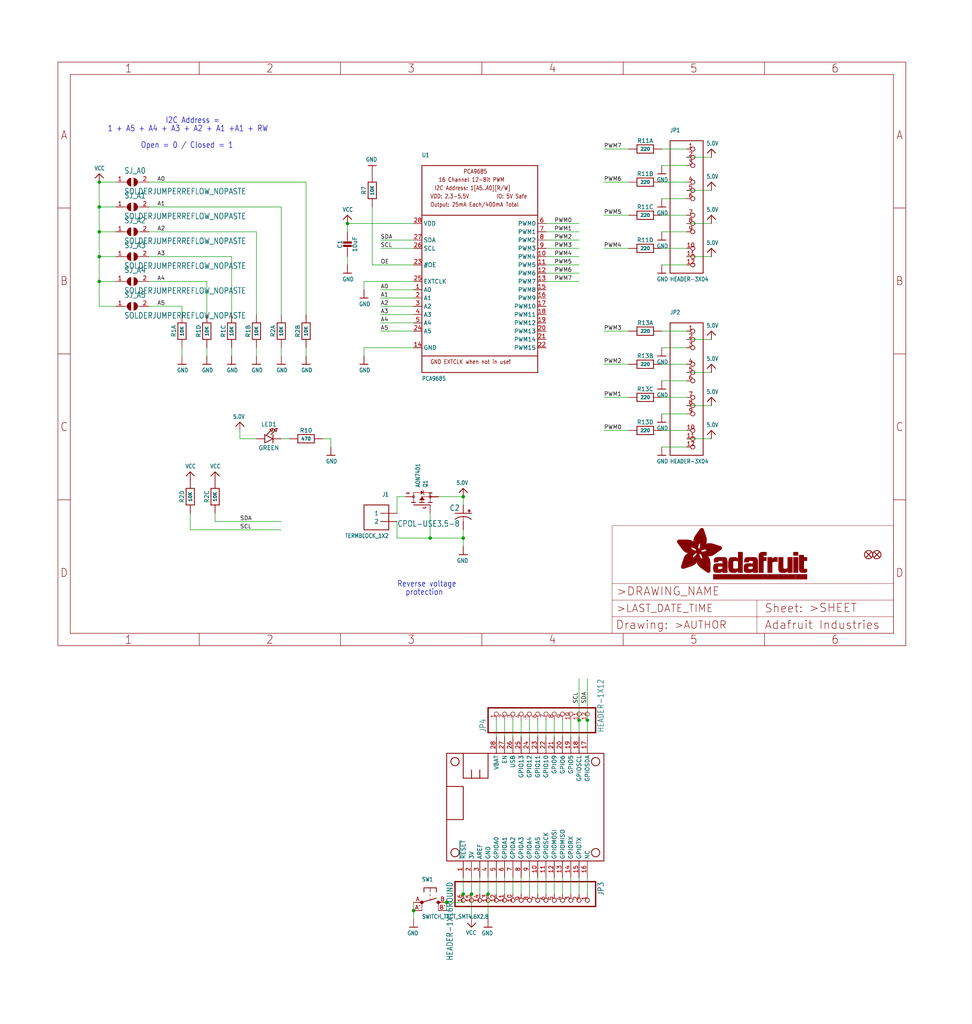
<source format=kicad_sch>
(kicad_sch (version 20211123) (generator eeschema)
  (paper "User" 298.45 314.147)
  (lib_symbols
    (symbol "eagleSchem-eagle-import:5.0V" (power)
      (property "Value" "5.0V" (at -1.524 1.016 0))
      (symbol "5.0V_1_0"
        (pin power_in line (at 0 -2.54 90) (length 2.54) (name "5.0V") (number "1"))
      )
    )
    (symbol "eagleSchem-eagle-import:CAP_CERAMIC0805-NOOUTLINE"
      (property "Reference" "C" (at -2.29 1.25 90))
      (property "Value" "CAP_CERAMIC0805-NOOUTLINE" (at 2.3 1.25 90))
      (symbol "CAP_CERAMIC0805-NOOUTLINE_1_0"
        (pin passive line (at 0 5.08 270) (length 2.54) (name "1") (number "1"))
        (pin passive line (at 0 -2.54 90) (length 2.54) (name "2") (number "2"))
      )
    )
    (symbol "eagleSchem-eagle-import:CPOL-USE3.5-8"
      (property "Reference" "C" (at 1.016 0.635 0))
      (property "Value" "CPOL-USE3.5-8" (at 1.016 -4.191 0))
      (symbol "CPOL-USE3.5-8_1_0"
        (pin passive line (at 0 2.54 270) (length 2.54) (name "+") (number "+"))
        (pin passive line (at 0 -5.08 90) (length 2.54) (name "-") (number "-"))
      )
    )
    (symbol "eagleSchem-eagle-import:FEATHERWING"
      (symbol "FEATHERWING_1_0"
        (pin input line (at 5.08 -5.08 90) (length 5.08) (name "~{RESET}") (number "1"))
        (pin bidirectional line (at 27.94 -5.08 90) (length 5.08) (name "GPIOA5") (number "10"))
        (pin bidirectional line (at 30.48 -5.08 90) (length 5.08) (name "GPIOSCK") (number "11"))
        (pin bidirectional line (at 33.02 -5.08 90) (length 5.08) (name "GPIOMOSI") (number "12"))
        (pin bidirectional line (at 35.56 -5.08 90) (length 5.08) (name "GPIOMISO") (number "13"))
        (pin bidirectional line (at 38.1 -5.08 90) (length 5.08) (name "GPIORX") (number "14"))
        (pin bidirectional line (at 40.64 -5.08 90) (length 5.08) (name "GPIOTX") (number "15"))
        (pin passive line (at 43.18 -5.08 90) (length 5.08) (name "NC") (number "16"))
        (pin bidirectional line (at 43.18 38.1 270) (length 5.08) (name "GPIOSDA") (number "17"))
        (pin bidirectional line (at 40.64 38.1 270) (length 5.08) (name "GPIOSCL") (number "18"))
        (pin bidirectional line (at 38.1 38.1 270) (length 5.08) (name "GPIO5") (number "19"))
        (pin power_in line (at 7.62 -5.08 90) (length 5.08) (name "3V") (number "2"))
        (pin bidirectional line (at 35.56 38.1 270) (length 5.08) (name "GPIO6") (number "20"))
        (pin bidirectional line (at 33.02 38.1 270) (length 5.08) (name "GPIO9") (number "21"))
        (pin bidirectional line (at 30.48 38.1 270) (length 5.08) (name "GPIO10") (number "22"))
        (pin bidirectional line (at 27.94 38.1 270) (length 5.08) (name "GPIO11") (number "23"))
        (pin bidirectional line (at 25.4 38.1 270) (length 5.08) (name "GPIO12") (number "24"))
        (pin bidirectional line (at 22.86 38.1 270) (length 5.08) (name "GPIO13") (number "25"))
        (pin power_in line (at 20.32 38.1 270) (length 5.08) (name "USB") (number "26"))
        (pin passive line (at 17.78 38.1 270) (length 5.08) (name "EN") (number "27"))
        (pin power_in line (at 15.24 38.1 270) (length 5.08) (name "VBAT") (number "28"))
        (pin passive line (at 10.16 -5.08 90) (length 5.08) (name "AREF") (number "3"))
        (pin power_in line (at 12.7 -5.08 90) (length 5.08) (name "GND") (number "4"))
        (pin bidirectional line (at 15.24 -5.08 90) (length 5.08) (name "GPIOA0") (number "5"))
        (pin bidirectional line (at 17.78 -5.08 90) (length 5.08) (name "GPIOA1") (number "6"))
        (pin bidirectional line (at 20.32 -5.08 90) (length 5.08) (name "GPIOA2") (number "7"))
        (pin bidirectional line (at 22.86 -5.08 90) (length 5.08) (name "GPIOA3") (number "8"))
        (pin bidirectional line (at 25.4 -5.08 90) (length 5.08) (name "GPIOA4") (number "9"))
      )
    )
    (symbol "eagleSchem-eagle-import:FIDUCIAL{dblquote}{dblquote}")
    (symbol "eagleSchem-eagle-import:FRAME_A4_ADAFRUIT"
      (symbol "FRAME_A4_ADAFRUIT_0_0"
        (text "1" (at 21.6958 1.905 0) (effects (font (size 2.54 2.286))))
        (text "1" (at 21.6958 177.165 0) (effects (font (size 2.54 2.286))))
        (text "2" (at 65.0875 1.905 0) (effects (font (size 2.54 2.286))))
        (text "2" (at 65.0875 177.165 0) (effects (font (size 2.54 2.286))))
        (text "3" (at 108.4792 1.905 0) (effects (font (size 2.54 2.286))))
        (text "3" (at 108.4792 177.165 0) (effects (font (size 2.54 2.286))))
        (text "4" (at 151.8708 1.905 0) (effects (font (size 2.54 2.286))))
        (text "4" (at 151.8708 177.165 0) (effects (font (size 2.54 2.286))))
        (text "5" (at 195.2625 1.905 0) (effects (font (size 2.54 2.286))))
        (text "5" (at 195.2625 177.165 0) (effects (font (size 2.54 2.286))))
        (text "6" (at 238.6542 1.905 0) (effects (font (size 2.54 2.286))))
        (text "6" (at 238.6542 177.165 0) (effects (font (size 2.54 2.286))))
        (text "A" (at 1.905 156.6863 0) (effects (font (size 2.54 2.286))))
        (text "A" (at 258.445 156.6863 0) (effects (font (size 2.54 2.286))))
        (text "B" (at 1.905 111.9188 0) (effects (font (size 2.54 2.286))))
        (text "B" (at 258.445 111.9188 0) (effects (font (size 2.54 2.286))))
        (text "C" (at 1.905 67.1513 0) (effects (font (size 2.54 2.286))))
        (text "C" (at 258.445 67.1513 0) (effects (font (size 2.54 2.286))))
        (text "D" (at 1.905 22.3838 0) (effects (font (size 2.54 2.286))))
        (text "D" (at 258.445 22.3838 0) (effects (font (size 2.54 2.286))))
      )
      (symbol "FRAME_A4_ADAFRUIT_1_0"
        (text ">AUTHOR" (at 189.23 5.08 0) (effects (font (size 2.286 2.286)) (justify left bottom)))
        (text ">DRAWING_NAME" (at 171.45 15.24 0) (effects (font (size 2.54 2.54)) (justify left bottom)))
        (text ">LAST_DATE_TIME" (at 171.45 10.16 0) (effects (font (size 2.286 2.286)) (justify left bottom)))
        (text ">SHEET" (at 230.505 10.16 0) (effects (font (size 2.54 2.54)) (justify left bottom)))
        (text "Adafruit Industries" (at 216.916 4.953 0) (effects (font (size 2.54 2.54)) (justify left bottom)))
        (text "Drawing:" (at 171.196 4.953 0) (effects (font (size 2.54 2.54)) (justify left bottom)))
        (text "Sheet:" (at 216.916 10.033 0) (effects (font (size 2.54 2.54)) (justify left bottom)))
      )
    )
    (symbol "eagleSchem-eagle-import:GND" (power)
      (property "Value" "GND" (at -1.524 -2.54 0))
      (symbol "GND_1_0"
        (pin power_in line (at 0 2.54 270) (length 2.54) (name "GND") (number "1"))
      )
    )
    (symbol "eagleSchem-eagle-import:HEADER-1X12"
      (property "Reference" "JP" (at -6.35 18.415 0))
      (property "Value" "HEADER-1X12" (at -6.35 -17.78 0))
      (symbol "HEADER-1X12_1_0"
        (pin passive inverted (at -2.54 15.24 0) (length 2.54) (name "1") (number "1"))
        (pin passive inverted (at -2.54 -7.62 0) (length 2.54) (name "10") (number "10"))
        (pin passive inverted (at -2.54 -10.16 0) (length 2.54) (name "11") (number "11"))
        (pin passive inverted (at -2.54 -12.7 0) (length 2.54) (name "12") (number "12"))
        (pin passive inverted (at -2.54 12.7 0) (length 2.54) (name "2") (number "2"))
        (pin passive inverted (at -2.54 10.16 0) (length 2.54) (name "3") (number "3"))
        (pin passive inverted (at -2.54 7.62 0) (length 2.54) (name "4") (number "4"))
        (pin passive inverted (at -2.54 5.08 0) (length 2.54) (name "5") (number "5"))
        (pin passive inverted (at -2.54 2.54 0) (length 2.54) (name "6") (number "6"))
        (pin passive inverted (at -2.54 0 0) (length 2.54) (name "7") (number "7"))
        (pin passive inverted (at -2.54 -2.54 0) (length 2.54) (name "8") (number "8"))
        (pin passive inverted (at -2.54 -5.08 0) (length 2.54) (name "9") (number "9"))
      )
    )
    (symbol "eagleSchem-eagle-import:HEADER-1X16ROUND"
      (property "Reference" "JP" (at -6.35 20.955 0))
      (property "Value" "HEADER-1X16ROUND" (at -6.35 -25.4 0))
      (symbol "HEADER-1X16ROUND_1_0"
        (pin passive inverted (at -2.54 17.78 0) (length 2.54) (name "1") (number "1"))
        (pin passive inverted (at -2.54 -5.08 0) (length 2.54) (name "10") (number "10"))
        (pin passive inverted (at -2.54 -7.62 0) (length 2.54) (name "11") (number "11"))
        (pin passive inverted (at -2.54 -10.16 0) (length 2.54) (name "12") (number "12"))
        (pin passive inverted (at -2.54 -12.7 0) (length 2.54) (name "13") (number "13"))
        (pin passive inverted (at -2.54 -15.24 0) (length 2.54) (name "14") (number "14"))
        (pin passive inverted (at -2.54 -17.78 0) (length 2.54) (name "15") (number "15"))
        (pin passive inverted (at -2.54 -20.32 0) (length 2.54) (name "16") (number "16"))
        (pin passive inverted (at -2.54 15.24 0) (length 2.54) (name "2") (number "2"))
        (pin passive inverted (at -2.54 12.7 0) (length 2.54) (name "3") (number "3"))
        (pin passive inverted (at -2.54 10.16 0) (length 2.54) (name "4") (number "4"))
        (pin passive inverted (at -2.54 7.62 0) (length 2.54) (name "5") (number "5"))
        (pin passive inverted (at -2.54 5.08 0) (length 2.54) (name "6") (number "6"))
        (pin passive inverted (at -2.54 2.54 0) (length 2.54) (name "7") (number "7"))
        (pin passive inverted (at -2.54 0 0) (length 2.54) (name "8") (number "8"))
        (pin passive inverted (at -2.54 -2.54 0) (length 2.54) (name "9") (number "9"))
      )
    )
    (symbol "eagleSchem-eagle-import:HEADER-3X04"
      (property "Reference" "JP" (at -5.08 22.86 0))
      (property "Value" "HEADER-3X04" (at -5.08 -22.86 0))
      (symbol "HEADER-3X04_1_0"
        (pin passive inverted (at 0 17.78 0) (length 2.54) (name "1") (number "1"))
        (pin passive inverted (at 0 -12.7 0) (length 2.54) (name "10") (number "10"))
        (pin passive inverted (at 0 -15.24 0) (length 2.54) (name "11") (number "11"))
        (pin passive inverted (at 0 -17.78 0) (length 2.54) (name "12") (number "12"))
        (pin passive inverted (at 0 15.24 0) (length 2.54) (name "2") (number "2"))
        (pin passive inverted (at 0 12.7 0) (length 2.54) (name "3") (number "3"))
        (pin passive inverted (at 0 7.62 0) (length 2.54) (name "4") (number "4"))
        (pin passive inverted (at 0 5.08 0) (length 2.54) (name "5") (number "5"))
        (pin passive inverted (at 0 2.54 0) (length 2.54) (name "6") (number "6"))
        (pin passive inverted (at 0 -2.54 0) (length 2.54) (name "7") (number "7"))
        (pin passive inverted (at 0 -5.08 0) (length 2.54) (name "8") (number "8"))
        (pin passive inverted (at 0 -7.62 0) (length 2.54) (name "9") (number "9"))
      )
    )
    (symbol "eagleSchem-eagle-import:LED0805_NOOUTLINE"
      (property "Reference" "D" (at -1.27 4.445 0))
      (property "Value" "LED0805_NOOUTLINE" (at -1.27 -2.794 0))
      (symbol "LED0805_NOOUTLINE_1_0"
        (pin passive line (at -5.08 0 0) (length 2.54) (name "A") (number "A"))
        (pin passive line (at 2.54 0 180) (length 2.54) (name "C") (number "C"))
      )
    )
    (symbol "eagleSchem-eagle-import:MOSFET-P-POWERDI3333"
      (property "Reference" "Q" (at 2.794 0.381 0))
      (property "Value" "MOSFET-P-POWERDI3333" (at 2.794 -1.905 0))
      (symbol "MOSFET-P-POWERDI3333_1_0"
        (text "D" (at 0.635 -3.81 0) (effects (font (size 0.8128 0.6908)) (justify left bottom)))
        (text "G" (at -3.81 1.27 0) (effects (font (size 0.8128 0.6908)) (justify left bottom)))
        (text "S" (at 0.635 3.175 0) (effects (font (size 0.8128 0.6908)) (justify left bottom)))
        (pin passive line (at 0 5.08 270) (length 2.54) (name "S") (number "1"))
        (pin passive line (at 0 5.08 270) (length 2.54) (name "S") (number "2"))
        (pin passive line (at 0 5.08 270) (length 2.54) (name "S") (number "3"))
        (pin passive line (at -5.08 2.54 0) (length 2.54) (name "G") (number "4"))
        (pin passive line (at 0 -5.08 90) (length 2.54) (name "D") (number "5678"))
      )
    )
    (symbol "eagleSchem-eagle-import:PCA9685"
      (property "Reference" "U" (at -17.78 35.56 0))
      (property "Value" "PCA9685" (at -17.78 -33.02 0))
      (symbol "PCA9685_1_0"
        (text "16 Channel 12-Bit PWM" (at -12.7 27.94 0) (effects (font (size 1.27 1.0795)) (justify left bottom)))
        (text "GND EXTCLK when not in use!" (at -15.24 -27.94 0) (effects (font (size 1.27 1.0795)) (justify left bottom)))
        (text "I2C Address: 1[A5..A0][R/W]" (at -13.97 25.4 0) (effects (font (size 1.27 1.0795)) (justify left bottom)))
        (text "IO: 5V Safe" (at 5.08 22.86 0) (effects (font (size 1.27 1.0795)) (justify left bottom)))
        (text "Output: 25mA Each/400mA Total" (at -15.24 20.32 0) (effects (font (size 1.27 1.0795)) (justify left bottom)))
        (text "PCA9685" (at -5.08 30.48 0) (effects (font (size 1.27 1.0795)) (justify left bottom)))
        (text "VDD: 2.3-5.5V" (at -15.24 22.86 0) (effects (font (size 1.27 1.0795)) (justify left bottom)))
        (pin bidirectional line (at -20.32 -5.08 0) (length 2.54) (name "A0") (number "1"))
        (pin output line (at 20.32 5.08 180) (length 2.54) (name "PWM4") (number "10"))
        (pin output line (at 20.32 2.54 180) (length 2.54) (name "PWM5") (number "11"))
        (pin output line (at 20.32 0 180) (length 2.54) (name "PWM6") (number "12"))
        (pin output line (at 20.32 -2.54 180) (length 2.54) (name "PWM7") (number "13"))
        (pin power_in line (at -20.32 -22.86 0) (length 2.54) (name "GND") (number "14"))
        (pin output line (at 20.32 -5.08 180) (length 2.54) (name "PWM8") (number "15"))
        (pin output line (at 20.32 -7.62 180) (length 2.54) (name "PWM9") (number "16"))
        (pin output line (at 20.32 -10.16 180) (length 2.54) (name "PWM10") (number "17"))
        (pin output line (at 20.32 -12.7 180) (length 2.54) (name "PWM11") (number "18"))
        (pin output line (at 20.32 -15.24 180) (length 2.54) (name "PWM12") (number "19"))
        (pin bidirectional line (at -20.32 -7.62 0) (length 2.54) (name "A1") (number "2"))
        (pin output line (at 20.32 -17.78 180) (length 2.54) (name "PWM13") (number "20"))
        (pin output line (at 20.32 -20.32 180) (length 2.54) (name "PWM14") (number "21"))
        (pin output line (at 20.32 -22.86 180) (length 2.54) (name "PWM15") (number "22"))
        (pin input line (at -20.32 2.54 0) (length 2.54) (name "#OE") (number "23"))
        (pin bidirectional line (at -20.32 -17.78 0) (length 2.54) (name "A5") (number "24"))
        (pin input line (at -20.32 -2.54 0) (length 2.54) (name "EXTCLK") (number "25"))
        (pin bidirectional line (at -20.32 7.62 0) (length 2.54) (name "SCL") (number "26"))
        (pin bidirectional line (at -20.32 10.16 0) (length 2.54) (name "SDA") (number "27"))
        (pin power_in line (at -20.32 15.24 0) (length 2.54) (name "VDD") (number "28"))
        (pin bidirectional line (at -20.32 -10.16 0) (length 2.54) (name "A2") (number "3"))
        (pin bidirectional line (at -20.32 -12.7 0) (length 2.54) (name "A3") (number "4"))
        (pin bidirectional line (at -20.32 -15.24 0) (length 2.54) (name "A4") (number "5"))
        (pin output line (at 20.32 15.24 180) (length 2.54) (name "PWM0") (number "6"))
        (pin output line (at 20.32 12.7 180) (length 2.54) (name "PWM1") (number "7"))
        (pin output line (at 20.32 10.16 180) (length 2.54) (name "PWM2") (number "8"))
        (pin output line (at 20.32 7.62 180) (length 2.54) (name "PWM3") (number "9"))
      )
    )
    (symbol "eagleSchem-eagle-import:RESISTOR0805_NOOUTLINE"
      (property "Reference" "R" (at 0 2.54 0))
      (property "Value" "RESISTOR0805_NOOUTLINE" (at 0 0 0))
      (symbol "RESISTOR0805_NOOUTLINE_1_0"
        (pin passive line (at -5.08 0 0) (length 2.54) (name "1") (number "1"))
        (pin passive line (at 5.08 0 180) (length 2.54) (name "2") (number "2"))
      )
    )
    (symbol "eagleSchem-eagle-import:RESISTOR_4PACK"
      (property "Reference" "R" (at 0 2.54 0))
      (property "Value" "RESISTOR_4PACK" (at 0 0 0))
      (symbol "RESISTOR_4PACK_1_0"
        (pin passive line (at -5.08 0 0) (length 2.54) (name "1") (number "1"))
        (pin passive line (at 5.08 0 180) (length 2.54) (name "2") (number "8"))
      )
      (symbol "RESISTOR_4PACK_2_0"
        (pin passive line (at -5.08 0 0) (length 2.54) (name "1") (number "2"))
        (pin passive line (at 5.08 0 180) (length 2.54) (name "2") (number "7"))
      )
      (symbol "RESISTOR_4PACK_3_0"
        (pin passive line (at -5.08 0 0) (length 2.54) (name "1") (number "3"))
        (pin passive line (at 5.08 0 180) (length 2.54) (name "2") (number "6"))
      )
      (symbol "RESISTOR_4PACK_4_0"
        (pin passive line (at -5.08 0 0) (length 2.54) (name "1") (number "4"))
        (pin passive line (at 5.08 0 180) (length 2.54) (name "2") (number "5"))
      )
    )
    (symbol "eagleSchem-eagle-import:SOLDERJUMPERREFLOW_NOPASTE"
      (property "Reference" "SJ" (at -2.54 2.54 0))
      (property "Value" "SOLDERJUMPERREFLOW_NOPASTE" (at -2.54 -3.81 0))
      (symbol "SOLDERJUMPERREFLOW_NOPASTE_1_0"
        (pin passive line (at -5.08 0 0) (length 2.54) (name "1") (number "1"))
        (pin passive line (at 5.08 0 180) (length 2.54) (name "2") (number "2"))
      )
    )
    (symbol "eagleSchem-eagle-import:SWITCH_TACT_SMT4.6X2.8"
      (property "Reference" "SW" (at -2.54 6.35 0))
      (property "Value" "SWITCH_TACT_SMT4.6X2.8" (at -2.54 -5.08 0))
      (symbol "SWITCH_TACT_SMT4.6X2.8_1_0"
        (pin passive line (at -5.08 0 0) (length 2.54) (name "P") (number "A"))
        (pin passive line (at -5.08 -2.54 0) (length 2.54) (name "P1") (number "A'"))
        (pin passive line (at 5.08 0 180) (length 2.54) (name "S") (number "B"))
        (pin passive line (at 5.08 -2.54 180) (length 2.54) (name "S1") (number "B'"))
      )
    )
    (symbol "eagleSchem-eagle-import:TERMBLOCK_1X2"
      (property "Reference" "X" (at -2.54 7.62 0))
      (property "Value" "TERMBLOCK_1X2" (at -2.54 -5.08 0))
      (symbol "TERMBLOCK_1X2_1_0"
        (pin passive line (at -5.08 2.54 0) (length 5.08) (name "1") (number "1"))
        (pin passive line (at -5.08 0 0) (length 5.08) (name "2") (number "2"))
      )
    )
    (symbol "eagleSchem-eagle-import:VCC" (power)
      (property "Value" "VCC" (at -1.524 1.016 0))
      (symbol "VCC_1_0"
        (pin power_in line (at 0 -2.54 90) (length 2.54) (name "VCC") (number "1"))
      )
    )
  )
  (junction (at 142.24 274.32))
  (junction (at 137.16 276.86))
  (junction (at 132.08 165.1))
  (junction (at 142.24 152.4))
  (junction (at 30.48 86.36))
  (junction (at 30.48 55.88))
  (junction (at 180.34 220.98))
  (junction (at 142.24 165.1))
  (junction (at 30.48 78.74))
  (junction (at 106.68 68.58))
  (junction (at 177.8 220.98))
  (junction (at 30.48 71.12))
  (junction (at 127 279.4))
  (junction (at 149.86 274.32))
  (junction (at 144.78 274.32))
  (junction (at 30.48 63.5))
  (wire (pts (xy 185.42 55.88) (xy 193.04 55.88)))
  (wire (pts (xy 193.04 121.92) (xy 185.42 121.92)))
  (wire (pts (xy 210.82 134.62) (xy 218.44 134.62)))
  (wire (pts (xy 127 86.36) (xy 111.76 86.36)))
  (wire (pts (xy 210.82 58.42) (xy 218.44 58.42)))
  (wire (pts (xy 165.1 274.32) (xy 165.1 269.24)))
  (wire (pts (xy 193.04 101.6) (xy 185.42 101.6)))
  (wire (pts (xy 45.72 71.12) (xy 78.74 71.12)))
  (wire (pts (xy 170.18 220.98) (xy 170.18 226.06)))
  (wire (pts (xy 210.82 137.16) (xy 203.2 137.16)))
  (wire (pts (xy 63.5 86.36) (xy 63.5 96.52)))
  (wire (pts (xy 203.2 132.08) (xy 210.82 132.08)))
  (wire (pts (xy 210.82 71.12) (xy 203.2 71.12)))
  (wire (pts (xy 177.8 274.32) (xy 177.8 269.24)))
  (wire (pts (xy 167.64 73.66) (xy 177.8 73.66)))
  (wire (pts (xy 134.62 152.4) (xy 142.24 152.4)))
  (wire (pts (xy 127 93.98) (xy 116.84 93.98)))
  (wire (pts (xy 193.04 45.72) (xy 185.42 45.72)))
  (wire (pts (xy 203.2 66.04) (xy 210.82 66.04)))
  (wire (pts (xy 172.72 220.98) (xy 172.72 226.06)))
  (wire (pts (xy 144.78 274.32) (xy 144.78 269.24)))
  (wire (pts (xy 127 88.9) (xy 116.84 88.9)))
  (wire (pts (xy 127 276.86) (xy 127 279.4)))
  (wire (pts (xy 175.26 274.32) (xy 175.26 269.24)))
  (wire (pts (xy 167.64 220.98) (xy 167.64 226.06)))
  (wire (pts (xy 160.02 220.98) (xy 160.02 226.06)))
  (wire (pts (xy 30.48 93.98) (xy 30.48 86.36)))
  (wire (pts (xy 157.48 274.32) (xy 157.48 269.24)))
  (wire (pts (xy 180.34 274.32) (xy 180.34 269.24)))
  (wire (pts (xy 86.36 134.62) (xy 88.9 134.62)))
  (wire (pts (xy 35.56 93.98) (xy 30.48 93.98)))
  (wire (pts (xy 121.92 165.1) (xy 121.92 160.02)))
  (wire (pts (xy 101.6 134.62) (xy 101.6 137.16)))
  (wire (pts (xy 142.24 274.32) (xy 142.24 269.24)))
  (wire (pts (xy 210.82 78.74) (xy 218.44 78.74)))
  (wire (pts (xy 160.02 274.32) (xy 160.02 269.24)))
  (wire (pts (xy 210.82 104.14) (xy 218.44 104.14)))
  (wire (pts (xy 149.86 274.32) (xy 149.86 269.24)))
  (wire (pts (xy 203.2 111.76) (xy 210.82 111.76)))
  (wire (pts (xy 137.16 276.86) (xy 137.16 279.4)))
  (wire (pts (xy 127 106.68) (xy 111.76 106.68)))
  (wire (pts (xy 180.34 220.98) (xy 180.34 208.28)))
  (wire (pts (xy 177.8 220.98) (xy 177.8 226.06)))
  (wire (pts (xy 127 101.6) (xy 116.84 101.6)))
  (wire (pts (xy 203.2 45.72) (xy 210.82 45.72)))
  (wire (pts (xy 210.82 60.96) (xy 203.2 60.96)))
  (wire (pts (xy 66.04 160.02) (xy 66.04 157.48)))
  (wire (pts (xy 106.68 68.58) (xy 106.68 71.12)))
  (wire (pts (xy 132.08 165.1) (xy 121.92 165.1)))
  (wire (pts (xy 157.48 220.98) (xy 157.48 226.06)))
  (wire (pts (xy 165.1 220.98) (xy 165.1 226.06)))
  (wire (pts (xy 162.56 220.98) (xy 162.56 226.06)))
  (wire (pts (xy 86.36 106.68) (xy 86.36 109.22)))
  (wire (pts (xy 144.78 281.94) (xy 144.78 274.32)))
  (wire (pts (xy 99.06 134.62) (xy 101.6 134.62)))
  (wire (pts (xy 142.24 152.4) (xy 142.24 154.94)))
  (wire (pts (xy 35.56 71.12) (xy 30.48 71.12)))
  (wire (pts (xy 203.2 101.6) (xy 210.82 101.6)))
  (wire (pts (xy 30.48 86.36) (xy 30.48 78.74)))
  (wire (pts (xy 167.64 81.28) (xy 177.8 81.28)))
  (wire (pts (xy 71.12 106.68) (xy 71.12 109.22)))
  (wire (pts (xy 114.3 81.28) (xy 114.3 63.5)))
  (wire (pts (xy 121.92 152.4) (xy 121.92 157.48)))
  (wire (pts (xy 142.24 276.86) (xy 142.24 274.32)))
  (wire (pts (xy 86.36 160.02) (xy 66.04 160.02)))
  (wire (pts (xy 45.72 78.74) (xy 71.12 78.74)))
  (wire (pts (xy 180.34 220.98) (xy 180.34 226.06)))
  (wire (pts (xy 106.68 68.58) (xy 127 68.58)))
  (wire (pts (xy 167.64 68.58) (xy 177.8 68.58)))
  (wire (pts (xy 149.86 281.94) (xy 149.86 274.32)))
  (wire (pts (xy 203.2 121.92) (xy 210.82 121.92)))
  (wire (pts (xy 162.56 274.32) (xy 162.56 269.24)))
  (wire (pts (xy 127 76.2) (xy 116.84 76.2)))
  (wire (pts (xy 167.64 76.2) (xy 177.8 76.2)))
  (wire (pts (xy 55.88 106.68) (xy 55.88 109.22)))
  (wire (pts (xy 167.64 274.32) (xy 167.64 269.24)))
  (wire (pts (xy 93.98 106.68) (xy 93.98 109.22)))
  (wire (pts (xy 30.48 78.74) (xy 30.48 71.12)))
  (wire (pts (xy 73.66 134.62) (xy 73.66 132.08)))
  (wire (pts (xy 210.82 114.3) (xy 218.44 114.3)))
  (wire (pts (xy 177.8 208.28) (xy 177.8 220.98)))
  (wire (pts (xy 203.2 76.2) (xy 210.82 76.2)))
  (wire (pts (xy 45.72 55.88) (xy 93.98 55.88)))
  (wire (pts (xy 147.32 274.32) (xy 147.32 269.24)))
  (wire (pts (xy 86.36 63.5) (xy 86.36 96.52)))
  (wire (pts (xy 127 99.06) (xy 116.84 99.06)))
  (wire (pts (xy 210.82 50.8) (xy 203.2 50.8)))
  (wire (pts (xy 152.4 220.98) (xy 152.4 226.06)))
  (wire (pts (xy 193.04 76.2) (xy 185.42 76.2)))
  (wire (pts (xy 210.82 124.46) (xy 218.44 124.46)))
  (wire (pts (xy 203.2 55.88) (xy 210.82 55.88)))
  (wire (pts (xy 127 91.44) (xy 116.84 91.44)))
  (wire (pts (xy 124.46 152.4) (xy 121.92 152.4)))
  (wire (pts (xy 193.04 111.76) (xy 185.42 111.76)))
  (wire (pts (xy 210.82 48.26) (xy 218.44 48.26)))
  (wire (pts (xy 78.74 106.68) (xy 78.74 109.22)))
  (wire (pts (xy 45.72 63.5) (xy 86.36 63.5)))
  (wire (pts (xy 58.42 162.56) (xy 58.42 157.48)))
  (wire (pts (xy 170.18 274.32) (xy 170.18 269.24)))
  (wire (pts (xy 193.04 132.08) (xy 185.42 132.08)))
  (wire (pts (xy 73.66 134.62) (xy 78.74 134.62)))
  (wire (pts (xy 35.56 86.36) (xy 30.48 86.36)))
  (wire (pts (xy 127 73.66) (xy 116.84 73.66)))
  (wire (pts (xy 137.16 276.86) (xy 142.24 276.86)))
  (wire (pts (xy 86.36 162.56) (xy 58.42 162.56)))
  (wire (pts (xy 167.64 71.12) (xy 177.8 71.12)))
  (wire (pts (xy 71.12 78.74) (xy 71.12 96.52)))
  (wire (pts (xy 45.72 93.98) (xy 55.88 93.98)))
  (wire (pts (xy 152.4 274.32) (xy 152.4 269.24)))
  (wire (pts (xy 175.26 220.98) (xy 175.26 226.06)))
  (wire (pts (xy 30.48 71.12) (xy 30.48 63.5)))
  (wire (pts (xy 210.82 68.58) (xy 218.44 68.58)))
  (wire (pts (xy 45.72 86.36) (xy 63.5 86.36)))
  (wire (pts (xy 210.82 106.68) (xy 203.2 106.68)))
  (wire (pts (xy 154.94 274.32) (xy 154.94 269.24)))
  (wire (pts (xy 127 279.4) (xy 127 281.94)))
  (wire (pts (xy 154.94 220.98) (xy 154.94 226.06)))
  (wire (pts (xy 142.24 165.1) (xy 142.24 167.64)))
  (wire (pts (xy 111.76 106.68) (xy 111.76 109.22)))
  (wire (pts (xy 35.56 63.5) (xy 30.48 63.5)))
  (wire (pts (xy 132.08 157.48) (xy 132.08 165.1)))
  (wire (pts (xy 35.56 78.74) (xy 30.48 78.74)))
  (wire (pts (xy 35.56 55.88) (xy 30.48 55.88)))
  (wire (pts (xy 167.64 78.74) (xy 177.8 78.74)))
  (wire (pts (xy 193.04 66.04) (xy 185.42 66.04)))
  (wire (pts (xy 30.48 63.5) (xy 30.48 55.88)))
  (wire (pts (xy 93.98 55.88) (xy 93.98 96.52)))
  (wire (pts (xy 63.5 106.68) (xy 63.5 109.22)))
  (wire (pts (xy 55.88 93.98) (xy 55.88 96.52)))
  (wire (pts (xy 111.76 86.36) (xy 111.76 88.9)))
  (wire (pts (xy 210.82 116.84) (xy 203.2 116.84)))
  (wire (pts (xy 210.82 81.28) (xy 203.2 81.28)))
  (wire (pts (xy 167.64 86.36) (xy 177.8 86.36)))
  (wire (pts (xy 172.72 274.32) (xy 172.72 269.24)))
  (wire (pts (xy 167.64 83.82) (xy 177.8 83.82)))
  (wire (pts (xy 78.74 71.12) (xy 78.74 96.52)))
  (wire (pts (xy 106.68 78.74) (xy 106.68 81.28)))
  (wire (pts (xy 210.82 127) (xy 203.2 127)))
  (wire (pts (xy 142.24 162.56) (xy 142.24 165.1)))
  (wire (pts (xy 142.24 165.1) (xy 132.08 165.1)))
  (wire (pts (xy 127 81.28) (xy 114.3 81.28)))
  (wire (pts (xy 127 96.52) (xy 116.84 96.52)))
  (text "Reverse voltage" (at 121.92 180.34 180) (effects (font (size 1.778 1.5113)) (justify left bottom)))
  (text "Open = 0 / Closed = 1" (at 43.18 45.72 180) (effects (font (size 1.778 1.5113)) (justify left bottom)))
  (text "1 + A5 + A4 + A3 + A2 + A1 +A1 + RW" (at 33.02 40.64 180) (effects (font (size 1.778 1.5113)) (justify left bottom)))
  (text "protection" (at 124.46 182.88 180) (effects (font (size 1.778 1.5113)) (justify left bottom)))
  (text "I2C Address =" (at 50.8 38.1 180) (effects (font (size 1.778 1.5113)) (justify left bottom)))
  (label "SDA" (at 180.34 215.9 90) (effects (font (size 1.2446 1.2446))))
  (label "PWM7" (at 170.18 86.36 0) (effects (font (size 1.2446 1.2446))))
  (label "PWM7" (at 185.42 45.72 0) (effects (font (size 1.2446 1.2446))))
  (label "PWM2" (at 170.18 73.66 0) (effects (font (size 1.2446 1.2446))))
  (label "A4" (at 48.26 86.36 0) (effects (font (size 1.2446 1.2446))))
  (label "OE" (at 116.84 81.28 0) (effects (font (size 1.2446 1.2446))))
  (label "PWM3" (at 170.18 76.2 0) (effects (font (size 1.2446 1.2446))))
  (label "A1" (at 48.26 63.5 0) (effects (font (size 1.2446 1.2446))))
  (label "PWM0" (at 170.18 68.58 0) (effects (font (size 1.2446 1.2446))))
  (label "PWM1" (at 170.18 71.12 0) (effects (font (size 1.2446 1.2446))))
  (label "A4" (at 116.84 99.06 0) (effects (font (size 1.2446 1.2446))))
  (label "PWM1" (at 185.42 121.92 0) (effects (font (size 1.2446 1.2446))))
  (label "PWM2" (at 185.42 111.76 0) (effects (font (size 1.2446 1.2446))))
  (label "A2" (at 116.84 93.98 0) (effects (font (size 1.2446 1.2446))))
  (label "SDA" (at 116.84 73.66 0) (effects (font (size 1.2446 1.2446))))
  (label "A3" (at 48.26 78.74 0) (effects (font (size 1.2446 1.2446))))
  (label "A5" (at 116.84 101.6 0) (effects (font (size 1.2446 1.2446))))
  (label "SCL" (at 116.84 76.2 0) (effects (font (size 1.2446 1.2446))))
  (label "A0" (at 116.84 88.9 0) (effects (font (size 1.2446 1.2446))))
  (label "PWM6" (at 185.42 55.88 0) (effects (font (size 1.2446 1.2446))))
  (label "PWM5" (at 185.42 66.04 0) (effects (font (size 1.2446 1.2446))))
  (label "A1" (at 116.84 91.44 0) (effects (font (size 1.2446 1.2446))))
  (label "PWM4" (at 185.42 76.2 0) (effects (font (size 1.2446 1.2446))))
  (label "A3" (at 116.84 96.52 0) (effects (font (size 1.2446 1.2446))))
  (label "A0" (at 48.26 55.88 0) (effects (font (size 1.2446 1.2446))))
  (label "PWM3" (at 185.42 101.6 0) (effects (font (size 1.2446 1.2446))))
  (label "PWM6" (at 170.18 83.82 0) (effects (font (size 1.2446 1.2446))))
  (label "SCL" (at 177.8 215.9 90) (effects (font (size 1.2446 1.2446))))
  (label "SCL" (at 73.66 162.56 0) (effects (font (size 1.2446 1.2446))))
  (label "SDA" (at 73.66 160.02 0) (effects (font (size 1.2446 1.2446))))
  (label "A5" (at 48.26 93.98 0) (effects (font (size 1.2446 1.2446))))
  (label "A2" (at 48.26 71.12 0) (effects (font (size 1.2446 1.2446))))
  (label "PWM0" (at 185.42 132.08 0) (effects (font (size 1.2446 1.2446))))
  (label "PWM5" (at 170.18 81.28 0) (effects (font (size 1.2446 1.2446))))
  (label "PWM4" (at 170.18 78.74 0) (effects (font (size 1.2446 1.2446))))
  (symbol (lib_id "eagleSchem-eagle-import:RESISTOR_4PACK") (at 198.12 101.6 0) (unit 1)
    (property "Reference" "R13" (at 198.12 99.06 0))
    (property "Value" "220" (at 198.12 101.6 0) (effects (font (size 1.016 1.016) bold)))
    (property "Footprint" "eagleSchem:RESPACK_4X0603" (effects hide))
  )
  (symbol (lib_id "eagleSchem-eagle-import:GND") (at 86.36 111.76 0) (unit 1)
    (property "Reference" "#U$40" (effects hide))
    (property "Value" "GND" (at 84.836 114.3 0) (effects (font (size 1.27 1.0795)) (justify left bottom)))
    (property "Footprint" "eagleSchem:" (effects hide))
  )
  (symbol (lib_id "eagleSchem-eagle-import:5.0V") (at 218.44 111.76 0) (unit 1)
    (property "Reference" "#U$7" (effects hide))
    (property "Value" "5.0V" (at 216.916 110.744 0) (effects (font (size 1.27 1.0795)) (justify left bottom)))
    (property "Footprint" "eagleSchem:" (effects hide))
  )
  (symbol (lib_id "eagleSchem-eagle-import:GND") (at 142.24 170.18 0) (mirror y) (unit 1)
    (property "Reference" "#U$46" (effects hide))
    (property "Value" "GND" (at 143.764 172.72 0) (effects (font (size 1.27 1.0795)) (justify left bottom)))
    (property "Footprint" "eagleSchem:" (effects hide))
  )
  (symbol (lib_id "eagleSchem-eagle-import:TERMBLOCK_1X2") (at 116.84 160.02 0) (mirror y) (unit 1)
    (property "Reference" "J1" (at 119.38 152.4 0) (effects (font (size 1.27 1.0795)) (justify left bottom)))
    (property "Value" "TERMBLOCK_1X2" (at 119.38 165.1 0) (effects (font (size 1.27 1.0795)) (justify left bottom)))
    (property "Footprint" "eagleSchem:TERMBLOCK_1X2-3.5MM" (effects hide))
  )
  (symbol (lib_id "eagleSchem-eagle-import:VCC") (at 106.68 66.04 0) (unit 1)
    (property "Reference" "#P+7" (effects hide))
    (property "Value" "VCC" (at 105.156 65.024 0) (effects (font (size 1.27 1.0795)) (justify left bottom)))
    (property "Footprint" "eagleSchem:" (effects hide))
  )
  (symbol (lib_id "eagleSchem-eagle-import:RESISTOR_4PACK") (at 198.12 121.92 0) (unit 3)
    (property "Reference" "R13" (at 198.12 119.38 0))
    (property "Value" "220" (at 198.12 121.92 0) (effects (font (size 1.016 1.016) bold)))
    (property "Footprint" "eagleSchem:RESPACK_4X0603" (effects hide))
  )
  (symbol (lib_id "eagleSchem-eagle-import:RESISTOR_4PACK") (at 66.04 152.4 90) (unit 3)
    (property "Reference" "R2" (at 63.5 152.4 0))
    (property "Value" "10K" (at 66.04 152.4 0) (effects (font (size 1.016 1.016) bold)))
    (property "Footprint" "eagleSchem:RESPACK_4X0603" (effects hide))
  )
  (symbol (lib_id "eagleSchem-eagle-import:5.0V") (at 218.44 132.08 0) (unit 1)
    (property "Reference" "#U$9" (effects hide))
    (property "Value" "5.0V" (at 216.916 131.064 0) (effects (font (size 1.27 1.0795)) (justify left bottom)))
    (property "Footprint" "eagleSchem:" (effects hide))
  )
  (symbol (lib_id "eagleSchem-eagle-import:VCC") (at 144.78 284.48 180) (unit 1)
    (property "Reference" "#P+1" (effects hide))
    (property "Value" "VCC" (at 146.304 285.496 0) (effects (font (size 1.27 1.0795)) (justify left bottom)))
    (property "Footprint" "eagleSchem:" (effects hide))
  )
  (symbol (lib_id "eagleSchem-eagle-import:GND") (at 127 284.48 0) (mirror y) (unit 1)
    (property "Reference" "#U$13" (effects hide))
    (property "Value" "GND" (at 128.524 287.02 0) (effects (font (size 1.27 1.0795)) (justify left bottom)))
    (property "Footprint" "eagleSchem:" (effects hide))
  )
  (symbol (lib_id "eagleSchem-eagle-import:5.0V") (at 142.24 149.86 0) (mirror y) (unit 1)
    (property "Reference" "#U$45" (effects hide))
    (property "Value" "5.0V" (at 143.764 148.844 0) (effects (font (size 1.27 1.0795)) (justify left bottom)))
    (property "Footprint" "eagleSchem:" (effects hide))
  )
  (symbol (lib_id "eagleSchem-eagle-import:GND") (at 203.2 53.34 0) (unit 1)
    (property "Reference" "#U$18" (effects hide))
    (property "Value" "GND" (at 201.676 55.88 0) (effects (font (size 1.27 1.0795)) (justify left bottom)))
    (property "Footprint" "eagleSchem:" (effects hide))
  )
  (symbol (lib_id "eagleSchem-eagle-import:HEADER-3X04") (at 210.82 119.38 0) (unit 1)
    (property "Reference" "JP2" (at 205.74 96.52 0) (effects (font (size 1.27 1.0795)) (justify left bottom)))
    (property "Value" "HEADER-3X04" (at 205.74 142.24 0) (effects (font (size 1.27 1.0795)) (justify left bottom)))
    (property "Footprint" "eagleSchem:3X04" (effects hide))
  )
  (symbol (lib_id "eagleSchem-eagle-import:RESISTOR_4PACK") (at 71.12 101.6 90) (unit 3)
    (property "Reference" "R1" (at 68.58 101.6 0))
    (property "Value" "10K" (at 71.12 101.6 0) (effects (font (size 1.016 1.016) bold)))
    (property "Footprint" "eagleSchem:RESPACK_4X0603" (effects hide))
  )
  (symbol (lib_id "eagleSchem-eagle-import:GND") (at 149.86 284.48 0) (mirror y) (unit 1)
    (property "Reference" "#U$47" (effects hide))
    (property "Value" "GND" (at 151.384 287.02 0) (effects (font (size 1.27 1.0795)) (justify left bottom)))
    (property "Footprint" "eagleSchem:" (effects hide))
  )
  (symbol (lib_id "eagleSchem-eagle-import:5.0V") (at 73.66 129.54 0) (mirror y) (unit 1)
    (property "Reference" "#U$10" (effects hide))
    (property "Value" "5.0V" (at 75.184 128.524 0) (effects (font (size 1.27 1.0795)) (justify left bottom)))
    (property "Footprint" "eagleSchem:" (effects hide))
  )
  (symbol (lib_id "eagleSchem-eagle-import:HEADER-1X12") (at 167.64 218.44 90) (unit 1)
    (property "Reference" "JP4" (at 149.225 224.79 0) (effects (font (size 1.778 1.5113)) (justify left bottom)))
    (property "Value" "HEADER-1X12" (at 185.42 224.79 0) (effects (font (size 1.778 1.5113)) (justify left bottom)))
    (property "Footprint" "eagleSchem:1X12_ROUND" (effects hide))
  )
  (symbol (lib_id "eagleSchem-eagle-import:GND") (at 106.68 83.82 0) (unit 1)
    (property "Reference" "#U$42" (effects hide))
    (property "Value" "GND" (at 105.156 86.36 0) (effects (font (size 1.27 1.0795)) (justify left bottom)))
    (property "Footprint" "eagleSchem:" (effects hide))
  )
  (symbol (lib_id "eagleSchem-eagle-import:GND") (at 101.6 139.7 0) (unit 1)
    (property "Reference" "#U$43" (effects hide))
    (property "Value" "GND" (at 100.076 142.24 0) (effects (font (size 1.27 1.0795)) (justify left bottom)))
    (property "Footprint" "eagleSchem:" (effects hide))
  )
  (symbol (lib_id "eagleSchem-eagle-import:SOLDERJUMPERREFLOW_NOPASTE") (at 40.64 71.12 0) (unit 1)
    (property "Reference" "SJ_A2" (at 38.1 68.58 0) (effects (font (size 1.778 1.5113)) (justify left bottom)))
    (property "Value" "SOLDERJUMPERREFLOW_NOPASTE" (at 38.1 74.93 0) (effects (font (size 1.778 1.5113)) (justify left bottom)))
    (property "Footprint" "eagleSchem:SOLDERJUMPER_REFLOW_NOPASTE" (effects hide))
  )
  (symbol (lib_id "eagleSchem-eagle-import:GND") (at 203.2 119.38 0) (unit 1)
    (property "Reference" "#U$23" (effects hide))
    (property "Value" "GND" (at 201.676 121.92 0) (effects (font (size 1.27 1.0795)) (justify left bottom)))
    (property "Footprint" "eagleSchem:" (effects hide))
  )
  (symbol (lib_id "eagleSchem-eagle-import:5.0V") (at 218.44 45.72 0) (unit 1)
    (property "Reference" "#U$2" (effects hide))
    (property "Value" "5.0V" (at 216.916 44.704 0) (effects (font (size 1.27 1.0795)) (justify left bottom)))
    (property "Footprint" "eagleSchem:" (effects hide))
  )
  (symbol (lib_id "eagleSchem-eagle-import:RESISTOR_4PACK") (at 198.12 66.04 0) (unit 3)
    (property "Reference" "R11" (at 198.12 63.5 0))
    (property "Value" "220" (at 198.12 66.04 0) (effects (font (size 1.016 1.016) bold)))
    (property "Footprint" "eagleSchem:RESPACK_4X0603" (effects hide))
  )
  (symbol (lib_id "eagleSchem-eagle-import:5.0V") (at 218.44 66.04 0) (unit 1)
    (property "Reference" "#U$4" (effects hide))
    (property "Value" "5.0V" (at 216.916 65.024 0) (effects (font (size 1.27 1.0795)) (justify left bottom)))
    (property "Footprint" "eagleSchem:" (effects hide))
  )
  (symbol (lib_id "eagleSchem-eagle-import:GND") (at 111.76 91.44 0) (unit 1)
    (property "Reference" "#U$34" (effects hide))
    (property "Value" "GND" (at 110.236 93.98 0) (effects (font (size 1.27 1.0795)) (justify left bottom)))
    (property "Footprint" "eagleSchem:" (effects hide))
  )
  (symbol (lib_id "eagleSchem-eagle-import:GND") (at 114.3 50.8 180) (unit 1)
    (property "Reference" "#U$52" (effects hide))
    (property "Value" "GND" (at 115.824 48.26 0) (effects (font (size 1.27 1.0795)) (justify left bottom)))
    (property "Footprint" "eagleSchem:" (effects hide))
  )
  (symbol (lib_id "eagleSchem-eagle-import:GND") (at 93.98 111.76 0) (unit 1)
    (property "Reference" "#U$41" (effects hide))
    (property "Value" "GND" (at 92.456 114.3 0) (effects (font (size 1.27 1.0795)) (justify left bottom)))
    (property "Footprint" "eagleSchem:" (effects hide))
  )
  (symbol (lib_id "eagleSchem-eagle-import:MOSFET-P-POWERDI3333") (at 129.54 152.4 270) (mirror x) (unit 1)
    (property "Reference" "Q1" (at 129.921 149.606 0) (effects (font (size 1.27 1.0795)) (justify left bottom)))
    (property "Value" "AON7401" (at 127.635 149.606 0) (effects (font (size 1.27 1.0795)) (justify left bottom)))
    (property "Footprint" "eagleSchem:POWERDI3333" (effects hide))
  )
  (symbol (lib_id "eagleSchem-eagle-import:GND") (at 71.12 111.76 0) (unit 1)
    (property "Reference" "#U$38" (effects hide))
    (property "Value" "GND" (at 69.596 114.3 0) (effects (font (size 1.27 1.0795)) (justify left bottom)))
    (property "Footprint" "eagleSchem:" (effects hide))
  )
  (symbol (lib_id "eagleSchem-eagle-import:RESISTOR_4PACK") (at 93.98 101.6 90) (unit 2)
    (property "Reference" "R2" (at 91.44 101.6 0))
    (property "Value" "10K" (at 93.98 101.6 0) (effects (font (size 1.016 1.016) bold)))
    (property "Footprint" "eagleSchem:RESPACK_4X0603" (effects hide))
  )
  (symbol (lib_id "eagleSchem-eagle-import:5.0V") (at 218.44 101.6 0) (unit 1)
    (property "Reference" "#U$6" (effects hide))
    (property "Value" "5.0V" (at 216.916 100.584 0) (effects (font (size 1.27 1.0795)) (justify left bottom)))
    (property "Footprint" "eagleSchem:" (effects hide))
  )
  (symbol (lib_id "eagleSchem-eagle-import:RESISTOR_4PACK") (at 198.12 111.76 0) (unit 2)
    (property "Reference" "R13" (at 198.12 109.22 0))
    (property "Value" "220" (at 198.12 111.76 0) (effects (font (size 1.016 1.016) bold)))
    (property "Footprint" "eagleSchem:RESPACK_4X0603" (effects hide))
  )
  (symbol (lib_id "eagleSchem-eagle-import:FIDUCIAL{dblquote}{dblquote}") (at 269.24 170.18 0) (unit 1)
    (property "Reference" "FID1" (effects hide))
    (property "Value" "FIDUCIAL{dblquote}{dblquote}" (effects hide))
    (property "Footprint" "eagleSchem:FIDUCIAL_1MM" (effects hide))
  )
  (symbol (lib_id "eagleSchem-eagle-import:GND") (at 203.2 109.22 0) (unit 1)
    (property "Reference" "#U$22" (effects hide))
    (property "Value" "GND" (at 201.676 111.76 0) (effects (font (size 1.27 1.0795)) (justify left bottom)))
    (property "Footprint" "eagleSchem:" (effects hide))
  )
  (symbol (lib_id "eagleSchem-eagle-import:GND") (at 203.2 129.54 0) (unit 1)
    (property "Reference" "#U$24" (effects hide))
    (property "Value" "GND" (at 201.676 132.08 0) (effects (font (size 1.27 1.0795)) (justify left bottom)))
    (property "Footprint" "eagleSchem:" (effects hide))
  )
  (symbol (lib_id "eagleSchem-eagle-import:SWITCH_TACT_SMT4.6X2.8") (at 132.08 276.86 0) (unit 1)
    (property "Reference" "SW1" (at 129.54 270.51 0) (effects (font (size 1.27 1.0795)) (justify left bottom)))
    (property "Value" "SWITCH_TACT_SMT4.6X2.8" (at 129.54 281.94 0) (effects (font (size 1.27 1.0795)) (justify left bottom)))
    (property "Footprint" "eagleSchem:BTN_KMR2_4.6X2.8" (effects hide))
  )
  (symbol (lib_id "eagleSchem-eagle-import:FEATHERWING") (at 137.16 264.16 0) (unit 1)
    (property "Reference" "MS1" (effects hide))
    (property "Value" "FEATHERWING" (effects hide))
    (property "Footprint" "eagleSchem:FEATHERWING" (effects hide))
  )
  (symbol (lib_id "eagleSchem-eagle-import:CAP_CERAMIC0805-NOOUTLINE") (at 106.68 76.2 0) (unit 1)
    (property "Reference" "C1" (at 104.39 74.95 90))
    (property "Value" "10uF" (at 108.98 74.95 90))
    (property "Footprint" "eagleSchem:0805-NO" (effects hide))
  )
  (symbol (lib_id "eagleSchem-eagle-import:RESISTOR0805_NOOUTLINE") (at 114.3 58.42 90) (unit 1)
    (property "Reference" "R7" (at 111.76 58.42 0))
    (property "Value" "10K" (at 114.3 58.42 0) (effects (font (size 1.016 1.016) bold)))
    (property "Footprint" "eagleSchem:0805-NO" (effects hide))
  )
  (symbol (lib_id "eagleSchem-eagle-import:RESISTOR_4PACK") (at 58.42 152.4 90) (unit 4)
    (property "Reference" "R2" (at 55.88 152.4 0))
    (property "Value" "10K" (at 58.42 152.4 0) (effects (font (size 1.016 1.016) bold)))
    (property "Footprint" "eagleSchem:RESPACK_4X0603" (effects hide))
  )
  (symbol (lib_id "eagleSchem-eagle-import:SOLDERJUMPERREFLOW_NOPASTE") (at 40.64 55.88 0) (unit 1)
    (property "Reference" "SJ_A0" (at 38.1 53.34 0) (effects (font (size 1.778 1.5113)) (justify left bottom)))
    (property "Value" "SOLDERJUMPERREFLOW_NOPASTE" (at 38.1 59.69 0) (effects (font (size 1.778 1.5113)) (justify left bottom)))
    (property "Footprint" "eagleSchem:SOLDERJUMPER_REFLOW_NOPASTE" (effects hide))
  )
  (symbol (lib_id "eagleSchem-eagle-import:5.0V") (at 218.44 76.2 0) (unit 1)
    (property "Reference" "#U$5" (effects hide))
    (property "Value" "5.0V" (at 216.916 75.184 0) (effects (font (size 1.27 1.0795)) (justify left bottom)))
    (property "Footprint" "eagleSchem:" (effects hide))
  )
  (symbol (lib_id "eagleSchem-eagle-import:HEADER-3X04") (at 210.82 63.5 0) (unit 1)
    (property "Reference" "JP1" (at 205.74 40.64 0) (effects (font (size 1.27 1.0795)) (justify left bottom)))
    (property "Value" "HEADER-3X04" (at 205.74 86.36 0) (effects (font (size 1.27 1.0795)) (justify left bottom)))
    (property "Footprint" "eagleSchem:3X04" (effects hide))
  )
  (symbol (lib_id "eagleSchem-eagle-import:GND") (at 63.5 111.76 0) (unit 1)
    (property "Reference" "#U$37" (effects hide))
    (property "Value" "GND" (at 61.976 114.3 0) (effects (font (size 1.27 1.0795)) (justify left bottom)))
    (property "Footprint" "eagleSchem:" (effects hide))
  )
  (symbol (lib_id "eagleSchem-eagle-import:RESISTOR_4PACK") (at 78.74 101.6 90) (unit 2)
    (property "Reference" "R1" (at 76.2 101.6 0))
    (property "Value" "10K" (at 78.74 101.6 0) (effects (font (size 1.016 1.016) bold)))
    (property "Footprint" "eagleSchem:RESPACK_4X0603" (effects hide))
  )
  (symbol (lib_id "eagleSchem-eagle-import:RESISTOR_4PACK") (at 198.12 55.88 0) (unit 2)
    (property "Reference" "R11" (at 198.12 53.34 0))
    (property "Value" "220" (at 198.12 55.88 0) (effects (font (size 1.016 1.016) bold)))
    (property "Footprint" "eagleSchem:RESPACK_4X0603" (effects hide))
  )
  (symbol (lib_id "eagleSchem-eagle-import:SOLDERJUMPERREFLOW_NOPASTE") (at 40.64 78.74 0) (unit 1)
    (property "Reference" "SJ_A3" (at 38.1 76.2 0) (effects (font (size 1.778 1.5113)) (justify left bottom)))
    (property "Value" "SOLDERJUMPERREFLOW_NOPASTE" (at 38.1 82.55 0) (effects (font (size 1.778 1.5113)) (justify left bottom)))
    (property "Footprint" "eagleSchem:SOLDERJUMPER_REFLOW_NOPASTE" (effects hide))
  )
  (symbol (lib_id "eagleSchem-eagle-import:FRAME_A4_ADAFRUIT") (at 17.78 198.12 0) (unit 1)
    (property "Reference" "#U$1" (effects hide))
    (property "Value" "FRAME_A4_ADAFRUIT" (effects hide))
    (property "Footprint" "eagleSchem:" (effects hide))
  )
  (symbol (lib_id "eagleSchem-eagle-import:PCA9685") (at 147.32 83.82 0) (unit 1)
    (property "Reference" "U1" (at 129.54 48.26 0) (effects (font (size 1.27 1.0795)) (justify left bottom)))
    (property "Value" "PCA9685" (at 129.54 116.84 0) (effects (font (size 1.27 1.0795)) (justify left bottom)))
    (property "Footprint" "eagleSchem:TSSOP28" (effects hide))
  )
  (symbol (lib_id "eagleSchem-eagle-import:RESISTOR_4PACK") (at 63.5 101.6 90) (unit 4)
    (property "Reference" "R1" (at 60.96 101.6 0))
    (property "Value" "10K" (at 63.5 101.6 0) (effects (font (size 1.016 1.016) bold)))
    (property "Footprint" "eagleSchem:RESPACK_4X0603" (effects hide))
  )
  (symbol (lib_id "eagleSchem-eagle-import:FIDUCIAL{dblquote}{dblquote}") (at 266.7 170.18 0) (unit 1)
    (property "Reference" "FID2" (effects hide))
    (property "Value" "FIDUCIAL{dblquote}{dblquote}" (effects hide))
    (property "Footprint" "eagleSchem:FIDUCIAL_1MM" (effects hide))
  )
  (symbol (lib_id "eagleSchem-eagle-import:GND") (at 111.76 111.76 0) (unit 1)
    (property "Reference" "#U$35" (effects hide))
    (property "Value" "GND" (at 110.236 114.3 0) (effects (font (size 1.27 1.0795)) (justify left bottom)))
    (property "Footprint" "eagleSchem:" (effects hide))
  )
  (symbol (lib_id "eagleSchem-eagle-import:GND") (at 55.88 111.76 0) (unit 1)
    (property "Reference" "#U$36" (effects hide))
    (property "Value" "GND" (at 54.356 114.3 0) (effects (font (size 1.27 1.0795)) (justify left bottom)))
    (property "Footprint" "eagleSchem:" (effects hide))
  )
  (symbol (lib_id "eagleSchem-eagle-import:RESISTOR_4PACK") (at 86.36 101.6 90) (unit 1)
    (property "Reference" "R2" (at 83.82 101.6 0))
    (property "Value" "10K" (at 86.36 101.6 0) (effects (font (size 1.016 1.016) bold)))
    (property "Footprint" "eagleSchem:RESPACK_4X0603" (effects hide))
  )
  (symbol (lib_id "eagleSchem-eagle-import:GND") (at 203.2 139.7 0) (unit 1)
    (property "Reference" "#U$32" (effects hide))
    (property "Value" "GND" (at 201.676 142.24 0) (effects (font (size 1.27 1.0795)) (justify left bottom)))
    (property "Footprint" "eagleSchem:" (effects hide))
  )
  (symbol (lib_id "eagleSchem-eagle-import:RESISTOR0805_NOOUTLINE") (at 93.98 134.62 0) (unit 1)
    (property "Reference" "R10" (at 93.98 132.08 0))
    (property "Value" "470" (at 93.98 134.62 0) (effects (font (size 1.016 1.016) bold)))
    (property "Footprint" "eagleSchem:0805-NO" (effects hide))
  )
  (symbol (lib_id "eagleSchem-eagle-import:5.0V") (at 218.44 55.88 0) (unit 1)
    (property "Reference" "#U$3" (effects hide))
    (property "Value" "5.0V" (at 216.916 54.864 0) (effects (font (size 1.27 1.0795)) (justify left bottom)))
    (property "Footprint" "eagleSchem:" (effects hide))
  )
  (symbol (lib_id "eagleSchem-eagle-import:VCC") (at 58.42 144.78 0) (unit 1)
    (property "Reference" "#P+11" (effects hide))
    (property "Value" "VCC" (at 56.896 143.764 0) (effects (font (size 1.27 1.0795)) (justify left bottom)))
    (property "Footprint" "eagleSchem:" (effects hide))
  )
  (symbol (lib_id "eagleSchem-eagle-import:RESISTOR_4PACK") (at 198.12 45.72 0) (unit 1)
    (property "Reference" "R11" (at 198.12 43.18 0))
    (property "Value" "220" (at 198.12 45.72 0) (effects (font (size 1.016 1.016) bold)))
    (property "Footprint" "eagleSchem:RESPACK_4X0603" (effects hide))
  )
  (symbol (lib_id "eagleSchem-eagle-import:HEADER-1X16ROUND") (at 162.56 276.86 270) (unit 1)
    (property "Reference" "JP3" (at 183.515 270.51 0) (effects (font (size 1.778 1.5113)) (justify left bottom)))
    (property "Value" "HEADER-1X16ROUND" (at 137.16 270.51 0) (effects (font (size 1.778 1.5113)) (justify left bottom)))
    (property "Footprint" "eagleSchem:1X16_ROUND" (effects hide))
  )
  (symbol (lib_id "eagleSchem-eagle-import:CPOL-USE3.5-8") (at 142.24 157.48 0) (mirror y) (unit 1)
    (property "Reference" "C2" (at 141.224 156.845 0) (effects (font (size 1.778 1.5113)) (justify left bottom)))
    (property "Value" "CPOL-USE3.5-8" (at 141.224 161.671 0) (effects (font (size 1.778 1.5113)) (justify left bottom)))
    (property "Footprint" "eagleSchem:E3,5-8" (effects hide))
  )
  (symbol (lib_id "eagleSchem-eagle-import:RESISTOR_4PACK") (at 198.12 132.08 0) (unit 4)
    (property "Reference" "R13" (at 198.12 129.54 0))
    (property "Value" "220" (at 198.12 132.08 0) (effects (font (size 1.016 1.016) bold)))
    (property "Footprint" "eagleSchem:RESPACK_4X0603" (effects hide))
  )
  (symbol (lib_id "eagleSchem-eagle-import:GND") (at 203.2 83.82 0) (unit 1)
    (property "Reference" "#U$21" (effects hide))
    (property "Value" "GND" (at 201.676 86.36 0) (effects (font (size 1.27 1.0795)) (justify left bottom)))
    (property "Footprint" "eagleSchem:" (effects hide))
  )
  (symbol (lib_id "eagleSchem-eagle-import:RESISTOR_4PACK") (at 55.88 101.6 90) (unit 1)
    (property "Reference" "R1" (at 53.34 101.6 0))
    (property "Value" "10K" (at 55.88 101.6 0) (effects (font (size 1.016 1.016) bold)))
    (property "Footprint" "eagleSchem:RESPACK_4X0603" (effects hide))
  )
  (symbol (lib_id "eagleSchem-eagle-import:SOLDERJUMPERREFLOW_NOPASTE") (at 40.64 93.98 0) (unit 1)
    (property "Reference" "SJ_A5" (at 38.1 91.44 0) (effects (font (size 1.778 1.5113)) (justify left bottom)))
    (property "Value" "SOLDERJUMPERREFLOW_NOPASTE" (at 38.1 97.79 0) (effects (font (size 1.778 1.5113)) (justify left bottom)))
    (property "Footprint" "eagleSchem:SOLDERJUMPER_REFLOW_NOPASTE" (effects hide))
  )
  (symbol (lib_id "eagleSchem-eagle-import:LED0805_NOOUTLINE") (at 83.82 134.62 0) (unit 1)
    (property "Reference" "LED1" (at 82.55 130.175 0))
    (property "Value" "GREEN" (at 82.55 137.414 0))
    (property "Footprint" "eagleSchem:CHIPLED_0805_NOOUTLINE" (effects hide))
  )
  (symbol (lib_id "eagleSchem-eagle-import:5.0V") (at 218.44 121.92 0) (unit 1)
    (property "Reference" "#U$8" (effects hide))
    (property "Value" "5.0V" (at 216.916 120.904 0) (effects (font (size 1.27 1.0795)) (justify left bottom)))
    (property "Footprint" "eagleSchem:" (effects hide))
  )
  (symbol (lib_id "eagleSchem-eagle-import:VCC") (at 30.48 53.34 0) (unit 1)
    (property "Reference" "#P+6" (effects hide))
    (property "Value" "VCC" (at 28.956 52.324 0) (effects (font (size 1.27 1.0795)) (justify left bottom)))
    (property "Footprint" "eagleSchem:" (effects hide))
  )
  (symbol (lib_id "eagleSchem-eagle-import:GND") (at 203.2 63.5 0) (unit 1)
    (property "Reference" "#U$19" (effects hide))
    (property "Value" "GND" (at 201.676 66.04 0) (effects (font (size 1.27 1.0795)) (justify left bottom)))
    (property "Footprint" "eagleSchem:" (effects hide))
  )
  (symbol (lib_id "eagleSchem-eagle-import:RESISTOR_4PACK") (at 198.12 76.2 0) (unit 4)
    (property "Reference" "R11" (at 198.12 73.66 0))
    (property "Value" "220" (at 198.12 76.2 0) (effects (font (size 1.016 1.016) bold)))
    (property "Footprint" "eagleSchem:RESPACK_4X0603" (effects hide))
  )
  (symbol (lib_id "eagleSchem-eagle-import:SOLDERJUMPERREFLOW_NOPASTE") (at 40.64 86.36 0) (unit 1)
    (property "Reference" "SJ_A4" (at 38.1 83.82 0) (effects (font (size 1.778 1.5113)) (justify left bottom)))
    (property "Value" "SOLDERJUMPERREFLOW_NOPASTE" (at 38.1 90.17 0) (effects (font (size 1.778 1.5113)) (justify left bottom)))
    (property "Footprint" "eagleSchem:SOLDERJUMPER_REFLOW_NOPASTE" (effects hide))
  )
  (symbol (lib_id "eagleSchem-eagle-import:GND") (at 78.74 111.76 0) (unit 1)
    (property "Reference" "#U$39" (effects hide))
    (property "Value" "GND" (at 77.216 114.3 0) (effects (font (size 1.27 1.0795)) (justify left bottom)))
    (property "Footprint" "eagleSchem:" (effects hide))
  )
  (symbol (lib_id "eagleSchem-eagle-import:GND") (at 203.2 73.66 0) (unit 1)
    (property "Reference" "#U$20" (effects hide))
    (property "Value" "GND" (at 201.676 76.2 0) (effects (font (size 1.27 1.0795)) (justify left bottom)))
    (property "Footprint" "eagleSchem:" (effects hide))
  )
  (symbol (lib_id "eagleSchem-eagle-import:SOLDERJUMPERREFLOW_NOPASTE") (at 40.64 63.5 0) (unit 1)
    (property "Reference" "SJ_A1" (at 38.1 60.96 0) (effects (font (size 1.778 1.5113)) (justify left bottom)))
    (property "Value" "SOLDERJUMPERREFLOW_NOPASTE" (at 38.1 67.31 0) (effects (font (size 1.778 1.5113)) (justify left bottom)))
    (property "Footprint" "eagleSchem:SOLDERJUMPER_REFLOW_NOPASTE" (effects hide))
  )
  (symbol (lib_id "eagleSchem-eagle-import:VCC") (at 66.04 144.78 0) (unit 1)
    (property "Reference" "#P+10" (effects hide))
    (property "Value" "VCC" (at 64.516 143.764 0) (effects (font (size 1.27 1.0795)) (justify left bottom)))
    (property "Footprint" "eagleSchem:" (effects hide))
  )
)
</source>
